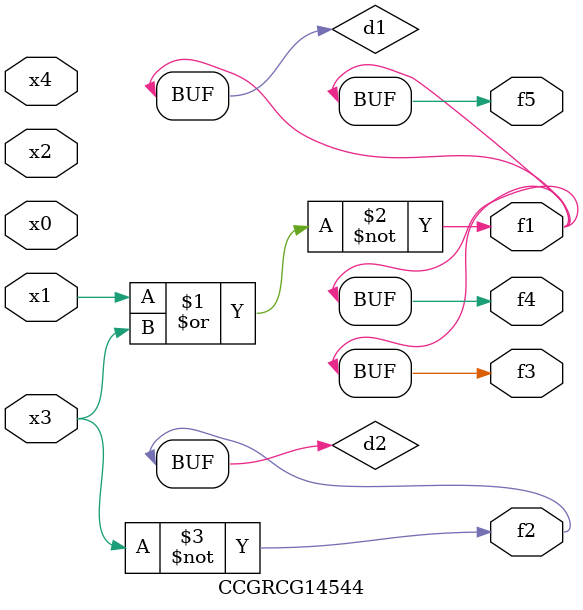
<source format=v>
module CCGRCG14544(
	input x0, x1, x2, x3, x4,
	output f1, f2, f3, f4, f5
);

	wire d1, d2;

	nor (d1, x1, x3);
	not (d2, x3);
	assign f1 = d1;
	assign f2 = d2;
	assign f3 = d1;
	assign f4 = d1;
	assign f5 = d1;
endmodule

</source>
